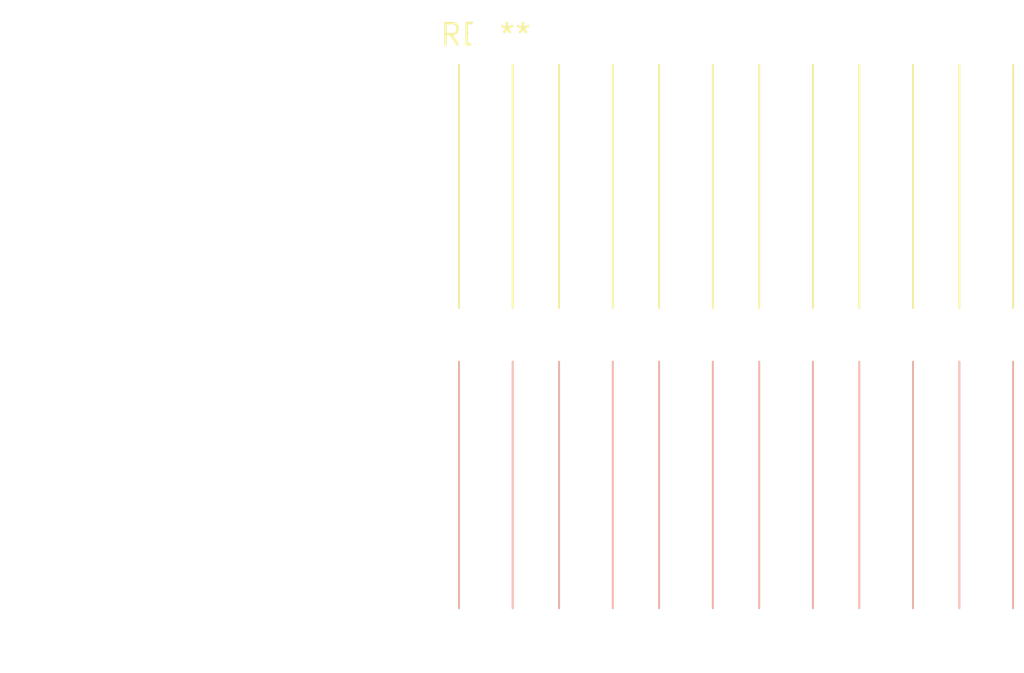
<source format=kicad_pcb>
(kicad_pcb (version 20240108) (generator pcbnew)
  (layers (0 "F.Cu" signal) (31 "B.Cu" signal) (34 "B.Paste" user) (35 "F.Paste" user) (36 "B.SilkS" user "B.Silkscreen") (37 "F.SilkS" user "F.Silkscreen") (38 "B.Mask" user) (39 "F.Mask" user) (44 "Edge.Cuts" user))
  (net 0 "")
  (footprint "SolderWire-1.5sqmm_1x06_P6mm_D1.7mm_OD3mm_Relief2x" (layer "F.Cu") (at 0 0)
    (property "Reference" "REF**")
    (property "Value" "SolderWire-1.5sqmm_1x06_P6mm_D1.7mm_OD3mm_Relief2x")
    (fp_line (start -1.61 19.61) (end -1.61 34.39) (layer "B.SilkS") (stroke (width 0.12)))
    (fp_line (start 1.61 19.61) (end 1.61 34.39) (layer "B.SilkS") (stroke (width 0.12)))
    (fp_line (start 4.39 19.61) (end 4.39 34.39) (layer "B.SilkS") (stroke (width 0.12)))
    (fp_line (start 7.61 19.61) (end 7.61 34.39) (layer "B.SilkS") (stroke (width 0.12)))
    (fp_line (start 10.39 19.61) (end 10.39 34.39) (layer "B.SilkS") (stroke (width 0.12)))
    (fp_line (start 13.61 19.61) (end 13.61 34.39) (layer "B.SilkS") (stroke (width 0.12)))
    (fp_line (start 16.39 19.61) (end 16.39 34.39) (layer "B.SilkS") (stroke (width 0.12)))
    (fp_line (start 19.61 19.61) (end 19.61 34.39) (layer "B.SilkS") (stroke (width 0.12)))
    (fp_line (start 22.39 19.61) (end 22.39 34.39) (layer "B.SilkS") (stroke (width 0.12)))
    (fp_line (start 25.61 19.61) (end 25.61 34.39) (layer "B.SilkS") (stroke (width 0.12)))
    (fp_line (start 28.39 19.61) (end 28.39 34.39) (layer "B.SilkS") (stroke (width 0.12)))
    (fp_line (start 31.61 19.61) (end 31.61 34.39) (layer "B.SilkS") (stroke (width 0.12)))
    (fp_line (start -1.61 1.81) (end -1.61 16.39) (layer "F.SilkS") (stroke (width 0.12)))
    (fp_line (start 1.61 1.81) (end 1.61 16.39) (layer "F.SilkS") (stroke (width 0.12)))
    (fp_line (start 4.39 1.81) (end 4.39 16.39) (layer "F.SilkS") (stroke (width 0.12)))
    (fp_line (start 7.61 1.81) (end 7.61 16.39) (layer "F.SilkS") (stroke (width 0.12)))
    (fp_line (start 10.39 1.81) (end 10.39 16.39) (layer "F.SilkS") (stroke (width 0.12)))
    (fp_line (start 13.61 1.81) (end 13.61 16.39) (layer "F.SilkS") (stroke (width 0.12)))
    (fp_line (start 16.39 1.81) (end 16.39 16.39) (layer "F.SilkS") (stroke (width 0.12)))
    (fp_line (start 19.61 1.81) (end 19.61 16.39) (layer "F.SilkS") (stroke (width 0.12)))
    (fp_line (start 22.39 1.81) (end 22.39 16.39) (layer "F.SilkS") (stroke (width 0.12)))
    (fp_line (start 25.61 1.81) (end 25.61 16.39) (layer "F.SilkS") (stroke (width 0.12)))
    (fp_line (start 28.39 1.81) (end 28.39 16.39) (layer "F.SilkS") (stroke (width 0.12)))
    (fp_line (start 31.61 1.81) (end 31.61 16.39) (layer "F.SilkS") (stroke (width 0.12)))
    (pad "" np_thru_hole circle (at 0 18) (size 3.5 3.5) (drill 3.5) (layers *.Cu *.Mask))
    (pad "" np_thru_hole circle (at 0 36) (size 3.5 3.5) (drill 3.5) (layers *.Cu *.Mask))
    (pad "" np_thru_hole circle (at 6 18) (size 3.5 3.5) (drill 3.5) (layers *.Cu *.Mask))
    (pad "" np_thru_hole circle (at 6 36) (size 3.5 3.5) (drill 3.5) (layers *.Cu *.Mask))
    (pad "" np_thru_hole circle (at 12 18) (size 3.5 3.5) (drill 3.5) (layers *.Cu *.Mask))
    (pad "" np_thru_hole circle (at 12 36) (size 3.5 3.5) (drill 3.5) (layers *.Cu *.Mask))
    (pad "" np_thru_hole circle (at 18 18) (size 3.5 3.5) (drill 3.5) (layers *.Cu *.Mask))
    (pad "" np_thru_hole circle (at 18 36) (size 3.5 3.5) (drill 3.5) (layers *.Cu *.Mask))
    (pad "" np_thru_hole circle (at 24 18) (size 3.5 3.5) (drill 3.5) (layers *.Cu *.Mask))
    (pad "" np_thru_hole circle (at 24 36) (size 3.5 3.5) (drill 3.5) (layers *.Cu *.Mask))
    (pad "" np_thru_hole circle (at 30 18) (size 3.5 3.5) (drill 3.5) (layers *.Cu *.Mask))
    (pad "" np_thru_hole circle (at 30 36) (size 3.5 3.5) (drill 3.5) (layers *.Cu *.Mask))
    (pad "1" thru_hole roundrect (at 0 0) (size 3.1 3.1) (drill 2.1) (layers *.Cu *.Mask) (remove_unused_layers) (roundrect_rratio 0.080645))
    (pad "2" thru_hole circle (at 6 0) (size 3.1 3.1) (drill 2.1) (layers *.Cu *.Mask) (remove_unused_layers))
    (pad "3" thru_hole circle (at 12 0) (size 3.1 3.1) (drill 2.1) (layers *.Cu *.Mask) (remove_unused_layers))
    (pad "4" thru_hole circle (at 18 0) (size 3.1 3.1) (drill 2.1) (layers *.Cu *.Mask) (remove_unused_layers))
    (pad "5" thru_hole circle (at 24 0) (size 3.1 3.1) (drill 2.1) (layers *.Cu *.Mask) (remove_unused_layers))
    (pad "6" thru_hole circle (at 30 0) (size 3.1 3.1) (drill 2.1) (layers *.Cu *.Mask) (remove_unused_layers))
  )
)
</source>
